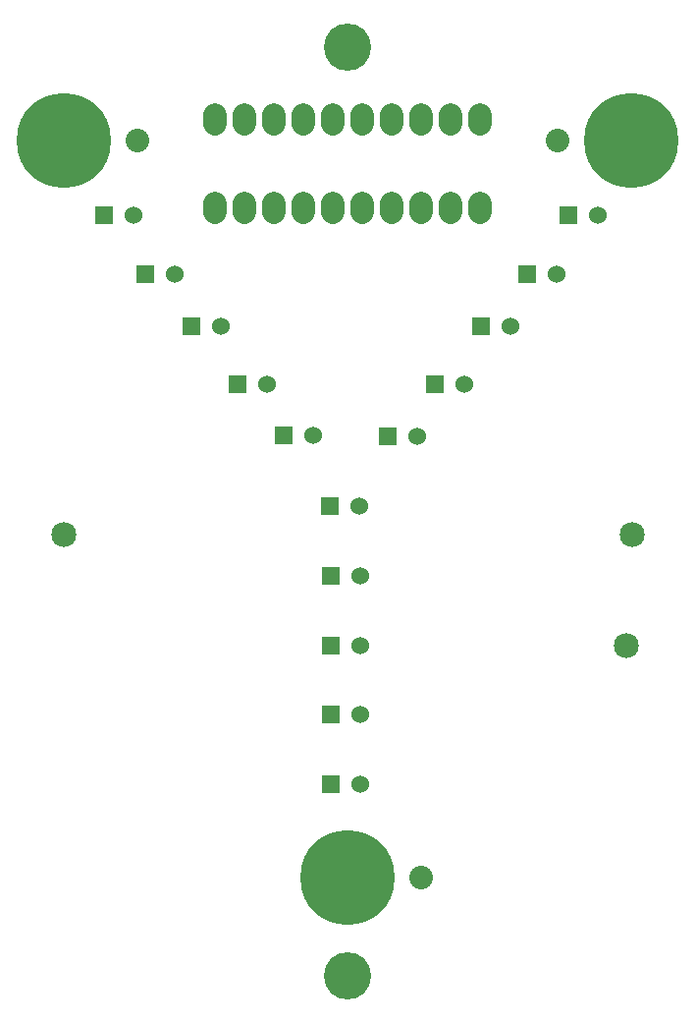
<source format=gbr>
G04 start of page 13 for group -4062 idx -4062 *
G04 Title: (unknown), soldermask *
G04 Creator: pcb 20110918 *
G04 CreationDate: Fri 07 Mar 2014 07:56:38 PM GMT UTC *
G04 For: vince *
G04 Format: Gerber/RS-274X *
G04 PCB-Dimensions: 236220 354331 *
G04 PCB-Coordinate-Origin: lower left *
%MOIN*%
%FSLAX25Y25*%
%LNBOTTOMMASK*%
%ADD95C,0.0600*%
%ADD94C,0.0001*%
%ADD93C,0.0850*%
%ADD92C,0.1600*%
%ADD91C,0.3200*%
%ADD90C,0.0800*%
G54D90*X93426Y280276D03*
X103426D03*
X113426D03*
Y310276D03*
X103426D03*
X93426D03*
X83426D03*
X73426D03*
X46963Y303163D03*
G54D91*X21963D03*
G54D92*X118426Y334646D03*
G54D93*X21969Y169292D03*
G54D90*X123426Y280276D03*
X133426D03*
X143426D03*
X153426D03*
X163426D03*
Y310276D03*
X153426D03*
X143426D03*
X133426D03*
X123426D03*
X189827Y303163D03*
G54D91*X214827D03*
G54D93*X212914Y131890D03*
X214882Y169292D03*
G54D90*X143426Y53150D03*
G54D91*X118426D03*
G54D94*G36*
X109520Y158512D02*Y152512D01*
X115520D01*
Y158512D01*
X109520D01*
G37*
G54D95*X122520Y155512D03*
G54D94*G36*
X109520Y134890D02*Y128890D01*
X115520D01*
Y134890D01*
X109520D01*
G37*
G54D95*X122520Y131890D03*
G54D94*G36*
X109520Y111268D02*Y105268D01*
X115520D01*
Y111268D01*
X109520D01*
G37*
G54D95*X122520Y108268D03*
G54D92*X118426Y19685D03*
G54D94*G36*
X109520Y87646D02*Y81646D01*
X115520D01*
Y87646D01*
X109520D01*
G37*
G54D95*X122520Y84646D03*
G54D94*G36*
X109363Y182134D02*Y176134D01*
X115363D01*
Y182134D01*
X109363D01*
G37*
G36*
X93772Y205914D02*Y199914D01*
X99772D01*
Y205914D01*
X93772D01*
G37*
G54D95*X106772Y202914D03*
X91003Y220507D03*
X122363Y179134D03*
G54D94*G36*
X129048Y205756D02*Y199756D01*
X135048D01*
Y205756D01*
X129048D01*
G37*
G54D95*X142048Y202756D03*
G54D94*G36*
X144915Y223507D02*Y217507D01*
X150915D01*
Y223507D01*
X144915D01*
G37*
G54D95*X157915Y220507D03*
G54D94*G36*
X160659Y243187D02*Y237187D01*
X166659D01*
Y243187D01*
X160659D01*
G37*
G54D95*X173659Y240187D03*
G54D94*G36*
X176403Y260899D02*Y254899D01*
X182403D01*
Y260899D01*
X176403D01*
G37*
G54D95*X189403Y257899D03*
G54D94*G36*
X190179Y280579D02*Y274579D01*
X196179D01*
Y280579D01*
X190179D01*
G37*
G54D95*X203179Y277579D03*
G54D90*X73426Y280276D03*
X83426D03*
G54D94*G36*
X78003Y223507D02*Y217507D01*
X84003D01*
Y223507D01*
X78003D01*
G37*
G36*
X62259Y243187D02*Y237187D01*
X68259D01*
Y243187D01*
X62259D01*
G37*
G54D95*X75259Y240187D03*
G54D94*G36*
X46515Y260899D02*Y254899D01*
X52515D01*
Y260899D01*
X46515D01*
G37*
G54D95*X59515Y257899D03*
G54D94*G36*
X32739Y280579D02*Y274579D01*
X38739D01*
Y280579D01*
X32739D01*
G37*
G54D95*X45739Y277579D03*
G54D90*X123426Y281776D02*Y278776D01*
X133426Y281776D02*Y278776D01*
X143426Y281776D02*Y278776D01*
X153426Y281776D02*Y278776D01*
X93426Y281776D02*Y278776D01*
X103426Y281776D02*Y278776D01*
X73426Y281776D02*Y278776D01*
X83426Y281776D02*Y278776D01*
X113426Y281776D02*Y278776D01*
X163426Y281776D02*Y278776D01*
Y311776D02*Y308776D01*
X153426Y311776D02*Y308776D01*
X143426Y311776D02*Y308776D01*
X133426Y311776D02*Y308776D01*
X123426Y311776D02*Y308776D01*
X113426Y311776D02*Y308776D01*
X103426Y311776D02*Y308776D01*
X93426Y311776D02*Y308776D01*
X83426Y311776D02*Y308776D01*
X73426Y311776D02*Y308776D01*
M02*

</source>
